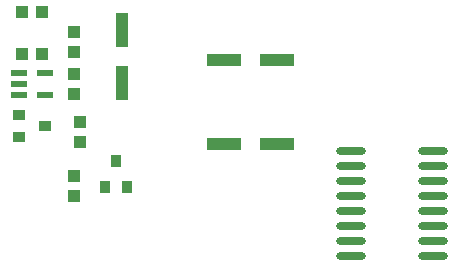
<source format=gbp>
%FSLAX25Y25*%
%MOIN*%
G70*
G01*
G75*
G04 Layer_Color=128*
%ADD10C,0.05000*%
%ADD11R,0.03937X0.04331*%
%ADD12R,0.04331X0.03937*%
%ADD13R,0.07874X0.03937*%
%ADD14R,0.00984X0.11811*%
%ADD15R,0.07480X0.07480*%
%ADD16R,0.06890X0.04331*%
%ADD17R,0.06890X0.04331*%
%ADD18R,0.06890X0.13583*%
%ADD19R,0.05906X0.05118*%
%ADD20C,0.06000*%
%ADD21C,0.01969*%
%ADD22C,0.01000*%
%ADD23C,0.01181*%
%ADD24R,0.05000X0.04724*%
%ADD25C,0.02500*%
%ADD26R,0.05000X0.05000*%
%ADD27C,0.04724*%
%ADD28C,0.02756*%
%ADD29R,0.11811X0.03937*%
%ADD30R,0.05709X0.02165*%
%ADD31R,0.05709X0.02165*%
%ADD32R,0.03740X0.03937*%
%ADD33R,0.03937X0.03740*%
%ADD34O,0.09843X0.02756*%
%ADD35R,0.03937X0.11811*%
%ADD36C,0.00984*%
%ADD37C,0.00787*%
%ADD38C,0.00500*%
%ADD39R,0.26000X0.22000*%
%ADD40R,0.22000X0.26000*%
%ADD41C,0.05800*%
%ADD42R,0.04737X0.05131*%
%ADD43R,0.05131X0.04737*%
%ADD44R,0.08674X0.04737*%
%ADD45R,0.01784X0.12611*%
%ADD46R,0.08280X0.08280*%
%ADD47R,0.07690X0.05131*%
%ADD48R,0.07690X0.05131*%
%ADD49R,0.07690X0.14383*%
%ADD50R,0.06706X0.05918*%
%ADD51C,0.06800*%
%ADD52R,0.05800X0.05524*%
%ADD53C,0.03300*%
%ADD54R,0.05800X0.05800*%
%ADD55C,0.05524*%
%ADD56C,0.03556*%
%ADD57R,0.12611X0.04737*%
%ADD58R,0.06509X0.02965*%
%ADD59R,0.06509X0.02965*%
%ADD60R,0.04540X0.04737*%
%ADD61R,0.04737X0.04540*%
%ADD62O,0.10642X0.03556*%
%ADD63R,0.04737X0.12611*%
D11*
X272000Y314654D02*
D03*
Y321346D02*
D03*
X274000Y284654D02*
D03*
Y291346D02*
D03*
X272000Y307346D02*
D03*
Y300654D02*
D03*
Y266654D02*
D03*
Y273346D02*
D03*
D12*
X254654Y314000D02*
D03*
X261346D02*
D03*
X254654Y328000D02*
D03*
X261346D02*
D03*
D29*
X322000Y312000D02*
D03*
X339625D02*
D03*
X322000Y284000D02*
D03*
X339625D02*
D03*
D30*
X262232Y300260D02*
D03*
Y307740D02*
D03*
X253768D02*
D03*
Y304000D02*
D03*
D31*
Y300260D02*
D03*
D32*
X289740Y269571D02*
D03*
X282260D02*
D03*
X286000Y278429D02*
D03*
D33*
X253571Y286260D02*
D03*
Y293740D02*
D03*
X262429Y290000D02*
D03*
D34*
X391583Y281500D02*
D03*
Y276500D02*
D03*
Y271500D02*
D03*
Y266500D02*
D03*
Y261500D02*
D03*
Y256500D02*
D03*
Y251500D02*
D03*
Y246500D02*
D03*
X364417Y281500D02*
D03*
Y276500D02*
D03*
Y271500D02*
D03*
Y266500D02*
D03*
Y261500D02*
D03*
Y256500D02*
D03*
Y251500D02*
D03*
Y246500D02*
D03*
D35*
X288000Y322000D02*
D03*
Y304375D02*
D03*
M02*

</source>
